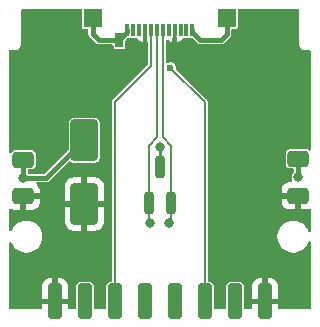
<source format=gbr>
%TF.GenerationSoftware,KiCad,Pcbnew,9.0.7*%
%TF.CreationDate,2026-02-26T13:23:58-05:00*%
%TF.ProjectId,Mag Charger,4d616720-4368-4617-9267-65722e6b6963,X1*%
%TF.SameCoordinates,Original*%
%TF.FileFunction,Copper,L1,Top*%
%TF.FilePolarity,Positive*%
%FSLAX46Y46*%
G04 Gerber Fmt 4.6, Leading zero omitted, Abs format (unit mm)*
G04 Created by KiCad (PCBNEW 9.0.7) date 2026-02-26 13:23:58*
%MOMM*%
%LPD*%
G01*
G04 APERTURE LIST*
G04 Aperture macros list*
%AMRoundRect*
0 Rectangle with rounded corners*
0 $1 Rounding radius*
0 $2 $3 $4 $5 $6 $7 $8 $9 X,Y pos of 4 corners*
0 Add a 4 corners polygon primitive as box body*
4,1,4,$2,$3,$4,$5,$6,$7,$8,$9,$2,$3,0*
0 Add four circle primitives for the rounded corners*
1,1,$1+$1,$2,$3*
1,1,$1+$1,$4,$5*
1,1,$1+$1,$6,$7*
1,1,$1+$1,$8,$9*
0 Add four rect primitives between the rounded corners*
20,1,$1+$1,$2,$3,$4,$5,0*
20,1,$1+$1,$4,$5,$6,$7,0*
20,1,$1+$1,$6,$7,$8,$9,0*
20,1,$1+$1,$8,$9,$2,$3,0*%
G04 Aperture macros list end*
%TA.AperFunction,SMDPad,CuDef*%
%ADD10R,1.500000X1.500000*%
%TD*%
%TA.AperFunction,SMDPad,CuDef*%
%ADD11R,0.380000X1.000000*%
%TD*%
%TA.AperFunction,SMDPad,CuDef*%
%ADD12R,0.700000X1.150000*%
%TD*%
%TA.AperFunction,SMDPad,CuDef*%
%ADD13RoundRect,0.250000X0.900000X-1.500000X0.900000X1.500000X-0.900000X1.500000X-0.900000X-1.500000X0*%
%TD*%
%TA.AperFunction,SMDPad,CuDef*%
%ADD14RoundRect,0.250000X0.650000X-0.412500X0.650000X0.412500X-0.650000X0.412500X-0.650000X-0.412500X0*%
%TD*%
%TA.AperFunction,SMDPad,CuDef*%
%ADD15RoundRect,0.200000X0.200000X-0.750000X0.200000X0.750000X-0.200000X0.750000X-0.200000X-0.750000X0*%
%TD*%
%TA.AperFunction,CastellatedPad*%
%ADD16RoundRect,0.250000X-0.350000X-1.250000X0.350000X-1.250000X0.350000X1.250000X-0.350000X1.250000X0*%
%TD*%
%TA.AperFunction,ViaPad*%
%ADD17C,0.500000*%
%TD*%
%TA.AperFunction,ViaPad*%
%ADD18C,0.800000*%
%TD*%
%TA.AperFunction,ViaPad*%
%ADD19C,0.600000*%
%TD*%
%TA.AperFunction,Conductor*%
%ADD20C,0.400000*%
%TD*%
%TA.AperFunction,Conductor*%
%ADD21C,0.250000*%
%TD*%
%TA.AperFunction,Conductor*%
%ADD22C,0.200000*%
%TD*%
G04 APERTURE END LIST*
D10*
%TO.P,TP1,1,1*%
%TO.N,GND*%
X102600000Y-123960000D03*
%TD*%
%TO.P,TP3,1,1*%
%TO.N,GND*%
X114000000Y-123960000D03*
%TD*%
D11*
%TO.P,P1,A1,GND*%
%TO.N,GND*%
X105550000Y-125000000D03*
%TO.P,P1,A2*%
%TO.N,N/C*%
X106050000Y-125000000D03*
%TO.P,P1,A3*%
X106550000Y-125000000D03*
%TO.P,P1,A4,VBUS*%
%TO.N,VBUS*%
X107050000Y-125000000D03*
%TO.P,P1,A5,CC*%
%TO.N,/USB_CC*%
X107550000Y-125000000D03*
%TO.P,P1,A6,D+*%
%TO.N,/USB_DP*%
X108050000Y-125000000D03*
%TO.P,P1,A7,D-*%
%TO.N,/USB_DN*%
X108550000Y-125000000D03*
%TO.P,P1,A8*%
%TO.N,N/C*%
X109050000Y-125000000D03*
%TO.P,P1,A9,VBUS*%
%TO.N,VBUS*%
X109550000Y-125000000D03*
%TO.P,P1,A10*%
%TO.N,N/C*%
X110050000Y-125000000D03*
%TO.P,P1,A11*%
X110550000Y-125000000D03*
%TO.P,P1,A12,GND*%
%TO.N,GND*%
X111050000Y-125000000D03*
D12*
%TO.P,P1,S1,SHIELD*%
X104880000Y-125840000D03*
%TD*%
D13*
%TO.P,D1,1,A1*%
%TO.N,VBUS*%
X101900000Y-139700000D03*
%TO.P,D1,2,A2*%
%TO.N,GND*%
X101900000Y-134300000D03*
%TD*%
D14*
%TO.P,C2,1*%
%TO.N,VBUS*%
X96750000Y-139062500D03*
%TO.P,C2,2*%
%TO.N,GND*%
X96750000Y-135937500D03*
%TD*%
D15*
%TO.P,D2,1,K*%
%TO.N,/USB_DP*%
X107350000Y-139582000D03*
%TO.P,D2,2,K*%
%TO.N,/USB_DN*%
X109250000Y-139582000D03*
%TO.P,D2,3,A*%
%TO.N,GND*%
X108300000Y-136582000D03*
%TD*%
D16*
%TO.P,J1,1,Pin_1*%
%TO.N,VBUS*%
X99410000Y-147955000D03*
%TO.P,J1,2,Pin_2*%
%TO.N,GND*%
X101950000Y-147955000D03*
%TO.P,J1,3,Pin_3*%
%TO.N,/USB_CC*%
X104490000Y-147955000D03*
%TO.P,J1,4,Pin_4*%
%TO.N,/USB_DP*%
X107030000Y-147955000D03*
%TO.P,J1,5,Pin_5*%
%TO.N,/USB_DN*%
X109570000Y-147955000D03*
%TO.P,J1,6,Pin_6*%
%TO.N,/USB_VCONN*%
X112110000Y-147955000D03*
%TO.P,J1,7,Pin_7*%
%TO.N,GND*%
X114650000Y-147955000D03*
%TO.P,J1,8,Pin_8*%
%TO.N,VBUS*%
X117190000Y-147955000D03*
%TD*%
D14*
%TO.P,C1,1*%
%TO.N,VBUS*%
X120000000Y-139000000D03*
%TO.P,C1,2*%
%TO.N,GND*%
X120000000Y-135875000D03*
%TD*%
D17*
%TO.N,GND*%
X102158000Y-123531500D03*
X102158000Y-124420500D03*
X114477000Y-123531500D03*
X114477000Y-124420500D03*
X103047000Y-123531500D03*
X113524500Y-124420500D03*
D18*
X120000000Y-137437500D03*
X108300000Y-134900000D03*
D17*
X113524500Y-123531500D03*
X103047000Y-124420500D03*
D18*
X96750000Y-137500000D03*
%TO.N,/USB_DN*%
X109100000Y-141300000D03*
D19*
%TO.N,VBUS*%
X107050000Y-127150000D03*
X109550000Y-127150000D03*
D18*
%TO.N,/USB_DP*%
X107500000Y-141300000D03*
D19*
%TO.N,/USB_VCONN*%
X109200000Y-128150000D03*
%TD*%
D20*
%TO.N,GND*%
X98700000Y-137500000D02*
X101900000Y-134300000D01*
X113460000Y-125840000D02*
X114000000Y-125300000D01*
X105550000Y-125000000D02*
X105550000Y-125170000D01*
X102600000Y-125300000D02*
X102600000Y-123960000D01*
X111720000Y-125840000D02*
X113460000Y-125840000D01*
X105550000Y-125170000D02*
X104880000Y-125840000D01*
X114000000Y-125300000D02*
X114000000Y-123960000D01*
X104880000Y-125840000D02*
X103140000Y-125840000D01*
X120000000Y-135875000D02*
X120000000Y-137437500D01*
X96750000Y-135937500D02*
X96750000Y-137500000D01*
X111050000Y-125000000D02*
X111050000Y-125170000D01*
X111050000Y-125170000D02*
X111720000Y-125840000D01*
X96750000Y-137500000D02*
X98700000Y-137500000D01*
X103140000Y-125840000D02*
X102600000Y-125300000D01*
D21*
X108300000Y-136582000D02*
X108300000Y-134900000D01*
D22*
%TO.N,/USB_DN*%
X109250000Y-134760800D02*
X109250000Y-139582000D01*
X109250000Y-139582000D02*
X109250000Y-141150000D01*
X108550000Y-125000000D02*
X108550000Y-125750001D01*
X109250000Y-141150000D02*
X109100000Y-141300000D01*
X108550000Y-125750001D02*
X108525000Y-125775001D01*
X109250000Y-147635000D02*
X109570000Y-147955000D01*
X108525000Y-125775001D02*
X108525000Y-134035800D01*
X108525000Y-134035800D02*
X109250000Y-134760800D01*
D20*
%TO.N,VBUS*%
X120000000Y-139000000D02*
X120562500Y-139000000D01*
D22*
%TO.N,/USB_DP*%
X107350000Y-141150000D02*
X107500000Y-141300000D01*
X108075000Y-134035800D02*
X107350000Y-134760800D01*
X108050000Y-125750001D02*
X108075000Y-125775001D01*
X108050000Y-125000000D02*
X108050000Y-125750001D01*
X107350000Y-134760800D02*
X107350000Y-139582000D01*
X107350000Y-139582000D02*
X107350000Y-141150000D01*
X107350000Y-147635000D02*
X107030000Y-147955000D01*
X108075000Y-125775001D02*
X108075000Y-134035800D01*
%TO.N,/USB_CC*%
X107550000Y-125000000D02*
X107550000Y-128000000D01*
X107550000Y-128000000D02*
X104490000Y-131060000D01*
X104490000Y-131060000D02*
X104490000Y-147955000D01*
%TO.N,/USB_VCONN*%
X112110000Y-131060000D02*
X112110000Y-147955000D01*
X109200000Y-128150000D02*
X112110000Y-131060000D01*
%TD*%
%TA.AperFunction,Conductor*%
%TO.N,VBUS*%
G36*
X101640139Y-123170185D02*
G01*
X101685894Y-123222989D01*
X101697100Y-123274500D01*
X101697100Y-124725054D01*
X101705972Y-124769658D01*
X101705973Y-124769661D01*
X101737175Y-124816357D01*
X101739766Y-124820234D01*
X101790342Y-124854028D01*
X101790343Y-124854028D01*
X101790345Y-124854029D01*
X101812642Y-124858464D01*
X101834943Y-124862900D01*
X102123101Y-124862899D01*
X102190139Y-124882583D01*
X102235894Y-124935387D01*
X102247100Y-124986899D01*
X102247100Y-125253540D01*
X102247100Y-125346460D01*
X102271150Y-125436214D01*
X102317610Y-125516686D01*
X102923314Y-126122390D01*
X103003786Y-126168850D01*
X103093540Y-126192900D01*
X103186460Y-126192900D01*
X104253101Y-126192900D01*
X104320140Y-126212585D01*
X104365895Y-126265389D01*
X104377101Y-126316900D01*
X104377101Y-126430056D01*
X104377102Y-126430059D01*
X104385972Y-126474658D01*
X104385973Y-126474661D01*
X104419765Y-126525233D01*
X104419766Y-126525234D01*
X104470342Y-126559028D01*
X104470343Y-126559028D01*
X104470345Y-126559029D01*
X104492642Y-126563464D01*
X104514943Y-126567900D01*
X105245056Y-126567899D01*
X105289658Y-126559028D01*
X105340234Y-126525234D01*
X105374028Y-126474658D01*
X105382900Y-126430057D01*
X105382899Y-125887536D01*
X105391544Y-125858091D01*
X105398067Y-125828110D01*
X105401820Y-125823096D01*
X105402583Y-125820498D01*
X105419209Y-125799865D01*
X105529859Y-125689215D01*
X105591180Y-125655733D01*
X105617538Y-125652899D01*
X105755056Y-125652899D01*
X105775806Y-125648772D01*
X105824189Y-125648772D01*
X105834136Y-125650750D01*
X105844943Y-125652900D01*
X106255056Y-125652899D01*
X106271022Y-125649723D01*
X106340611Y-125655949D01*
X106395789Y-125698811D01*
X106411394Y-125728005D01*
X106416648Y-125742091D01*
X106416648Y-125742092D01*
X106502809Y-125857187D01*
X106502812Y-125857190D01*
X106617906Y-125943350D01*
X106617913Y-125943354D01*
X106752620Y-125993596D01*
X106752627Y-125993598D01*
X106812155Y-125999999D01*
X106812172Y-126000000D01*
X106860000Y-126000000D01*
X106860000Y-125633233D01*
X106862550Y-125624547D01*
X106861262Y-125615587D01*
X106878030Y-125571827D01*
X106879685Y-125566194D01*
X106880440Y-125565539D01*
X106880900Y-125564340D01*
X106884028Y-125559658D01*
X106884028Y-125559656D01*
X106892900Y-125515057D01*
X106892899Y-125123997D01*
X106895449Y-125115313D01*
X106894161Y-125106353D01*
X106905138Y-125082316D01*
X106912583Y-125056961D01*
X106919425Y-125051032D01*
X106923186Y-125042797D01*
X106945417Y-125028510D01*
X106965387Y-125011206D01*
X106975902Y-125008918D01*
X106981964Y-125005023D01*
X107016899Y-125000000D01*
X107083101Y-125000000D01*
X107150140Y-125019685D01*
X107195895Y-125072489D01*
X107207100Y-125123998D01*
X107207101Y-125515056D01*
X107215972Y-125559656D01*
X107215972Y-125559657D01*
X107215972Y-125559659D01*
X107219100Y-125564339D01*
X107222137Y-125574037D01*
X107228794Y-125581720D01*
X107232402Y-125606819D01*
X107239980Y-125631015D01*
X107240000Y-125633232D01*
X107240000Y-126000000D01*
X107260781Y-126020781D01*
X107294266Y-126082104D01*
X107297100Y-126108462D01*
X107297100Y-127843883D01*
X107277415Y-127910922D01*
X107260781Y-127931564D01*
X104351084Y-130841260D01*
X104351073Y-130841269D01*
X104351074Y-130841270D01*
X104275600Y-130916743D01*
X104253047Y-130971193D01*
X104237099Y-131009693D01*
X104237099Y-131124738D01*
X104237100Y-131124747D01*
X104237100Y-146178100D01*
X104217415Y-146245139D01*
X104164611Y-146290894D01*
X104113100Y-146302100D01*
X104108287Y-146302100D01*
X104013949Y-146317041D01*
X103900227Y-146374985D01*
X103900223Y-146374988D01*
X103809988Y-146465223D01*
X103809985Y-146465227D01*
X103752041Y-146578949D01*
X103737100Y-146673286D01*
X103737100Y-148480500D01*
X103717415Y-148547539D01*
X103664611Y-148593294D01*
X103613100Y-148604500D01*
X102826900Y-148604500D01*
X102759861Y-148584815D01*
X102714106Y-148532011D01*
X102702900Y-148480500D01*
X102702900Y-146673286D01*
X102687958Y-146578949D01*
X102687957Y-146578947D01*
X102687957Y-146578945D01*
X102630016Y-146465229D01*
X102630014Y-146465227D01*
X102630011Y-146465223D01*
X102539776Y-146374988D01*
X102539772Y-146374985D01*
X102539771Y-146374984D01*
X102426055Y-146317043D01*
X102426053Y-146317042D01*
X102426050Y-146317041D01*
X102331713Y-146302100D01*
X102331708Y-146302100D01*
X101568292Y-146302100D01*
X101568287Y-146302100D01*
X101473949Y-146317041D01*
X101360227Y-146374985D01*
X101360223Y-146374988D01*
X101269988Y-146465223D01*
X101269985Y-146465227D01*
X101212041Y-146578949D01*
X101197100Y-146673286D01*
X101197100Y-148480500D01*
X101177415Y-148547539D01*
X101124611Y-148593294D01*
X101073100Y-148604500D01*
X100634000Y-148604500D01*
X100566961Y-148584815D01*
X100521206Y-148532011D01*
X100510000Y-148480500D01*
X100510000Y-148205000D01*
X99810000Y-148205000D01*
X99810000Y-147705000D01*
X100509999Y-147705000D01*
X100509999Y-146655028D01*
X100509998Y-146655013D01*
X100499505Y-146552302D01*
X100444358Y-146385880D01*
X100444356Y-146385875D01*
X100352315Y-146236654D01*
X100228345Y-146112684D01*
X100079124Y-146020643D01*
X100079119Y-146020641D01*
X99912697Y-145965494D01*
X99912690Y-145965493D01*
X99809986Y-145955000D01*
X99660000Y-145955000D01*
X99660000Y-146789314D01*
X99655606Y-146784920D01*
X99564394Y-146732259D01*
X99462661Y-146705000D01*
X99357339Y-146705000D01*
X99255606Y-146732259D01*
X99164394Y-146784920D01*
X99160000Y-146789314D01*
X99160000Y-145955000D01*
X99010027Y-145955000D01*
X99010012Y-145955001D01*
X98907302Y-145965494D01*
X98740880Y-146020641D01*
X98740875Y-146020643D01*
X98591654Y-146112684D01*
X98467684Y-146236654D01*
X98375643Y-146385875D01*
X98375641Y-146385880D01*
X98320494Y-146552302D01*
X98320493Y-146552309D01*
X98310000Y-146655013D01*
X98310000Y-147705000D01*
X99010000Y-147705000D01*
X99010000Y-148205000D01*
X98310001Y-148205000D01*
X98310001Y-148480500D01*
X98290316Y-148547539D01*
X98237512Y-148593294D01*
X98186001Y-148604500D01*
X95634907Y-148604500D01*
X95567868Y-148584815D01*
X95522113Y-148532011D01*
X95510907Y-148480469D01*
X95511365Y-146651833D01*
X95511539Y-145955000D01*
X95512271Y-143031362D01*
X95531972Y-142964330D01*
X95584788Y-142918589D01*
X95653949Y-142908663D01*
X95717497Y-142937703D01*
X95746756Y-142975101D01*
X95844951Y-143167820D01*
X95969890Y-143339786D01*
X96120213Y-143490109D01*
X96292179Y-143615048D01*
X96292181Y-143615049D01*
X96292184Y-143615051D01*
X96481588Y-143711557D01*
X96683757Y-143777246D01*
X96893713Y-143810500D01*
X96893714Y-143810500D01*
X97106286Y-143810500D01*
X97106287Y-143810500D01*
X97316243Y-143777246D01*
X97518412Y-143711557D01*
X97707816Y-143615051D01*
X97729789Y-143599086D01*
X97879786Y-143490109D01*
X97879788Y-143490106D01*
X97879792Y-143490104D01*
X98030104Y-143339792D01*
X98030106Y-143339788D01*
X98030109Y-143339786D01*
X98155048Y-143167820D01*
X98155047Y-143167820D01*
X98155051Y-143167816D01*
X98251557Y-142978412D01*
X98317246Y-142776243D01*
X98350500Y-142566287D01*
X98350500Y-142353713D01*
X98317246Y-142143757D01*
X98251557Y-141941588D01*
X98155051Y-141752184D01*
X98155049Y-141752181D01*
X98155048Y-141752179D01*
X98030109Y-141580213D01*
X97879786Y-141429890D01*
X97707820Y-141304951D01*
X97599945Y-141249986D01*
X100250001Y-141249986D01*
X100260494Y-141352697D01*
X100315641Y-141519119D01*
X100315643Y-141519124D01*
X100407684Y-141668345D01*
X100531654Y-141792315D01*
X100680875Y-141884356D01*
X100680880Y-141884358D01*
X100847302Y-141939505D01*
X100847309Y-141939506D01*
X100950019Y-141949999D01*
X101649999Y-141949999D01*
X102150000Y-141949999D01*
X102849972Y-141949999D01*
X102849986Y-141949998D01*
X102952697Y-141939505D01*
X103119119Y-141884358D01*
X103119124Y-141884356D01*
X103268345Y-141792315D01*
X103392315Y-141668345D01*
X103484356Y-141519124D01*
X103484358Y-141519119D01*
X103539505Y-141352697D01*
X103539506Y-141352690D01*
X103549999Y-141249986D01*
X103550000Y-141249973D01*
X103550000Y-139950000D01*
X102150000Y-139950000D01*
X102150000Y-141949999D01*
X101649999Y-141949999D01*
X101650000Y-141949998D01*
X101650000Y-139950000D01*
X100250001Y-139950000D01*
X100250001Y-141249986D01*
X97599945Y-141249986D01*
X97518414Y-141208444D01*
X97518413Y-141208443D01*
X97518412Y-141208443D01*
X97316243Y-141142754D01*
X97316241Y-141142753D01*
X97316240Y-141142753D01*
X97154957Y-141117208D01*
X97106287Y-141109500D01*
X96893713Y-141109500D01*
X96845042Y-141117208D01*
X96683760Y-141142753D01*
X96481585Y-141208444D01*
X96292179Y-141304951D01*
X96120213Y-141429890D01*
X95969890Y-141580213D01*
X95844951Y-141752180D01*
X95747042Y-141944336D01*
X95699067Y-141995132D01*
X95631246Y-142011927D01*
X95565111Y-141989389D01*
X95521660Y-141934674D01*
X95512557Y-141888014D01*
X95512976Y-140216256D01*
X95532677Y-140149223D01*
X95585493Y-140103482D01*
X95654654Y-140093556D01*
X95702073Y-140110750D01*
X95780875Y-140159356D01*
X95780880Y-140159358D01*
X95947302Y-140214505D01*
X95947309Y-140214506D01*
X96050019Y-140224999D01*
X96499999Y-140224999D01*
X97000000Y-140224999D01*
X97449972Y-140224999D01*
X97449986Y-140224998D01*
X97552697Y-140214505D01*
X97719119Y-140159358D01*
X97719124Y-140159356D01*
X97868345Y-140067315D01*
X97992316Y-139943344D01*
X97992319Y-139943340D01*
X98060045Y-139833541D01*
X98084354Y-139794128D01*
X98084358Y-139794119D01*
X98139505Y-139627697D01*
X98139506Y-139627690D01*
X98149999Y-139524986D01*
X98150000Y-139524973D01*
X98150000Y-139312500D01*
X97000000Y-139312500D01*
X97000000Y-140224999D01*
X96499999Y-140224999D01*
X96500000Y-140224998D01*
X96500000Y-139186500D01*
X96519685Y-139119461D01*
X96572489Y-139073706D01*
X96624000Y-139062500D01*
X96750000Y-139062500D01*
X96750000Y-138936500D01*
X96769685Y-138869461D01*
X96822489Y-138823706D01*
X96874000Y-138812500D01*
X98149999Y-138812500D01*
X98149999Y-138600028D01*
X98149998Y-138600013D01*
X98139505Y-138497302D01*
X98084358Y-138330880D01*
X98084356Y-138330875D01*
X98016955Y-138221602D01*
X97952248Y-138150013D01*
X100250000Y-138150013D01*
X100250000Y-139450000D01*
X101650000Y-139450000D01*
X102150000Y-139450000D01*
X103549999Y-139450000D01*
X103549999Y-138150028D01*
X103549998Y-138150013D01*
X103539505Y-138047302D01*
X103484358Y-137880880D01*
X103484356Y-137880875D01*
X103392315Y-137731654D01*
X103268345Y-137607684D01*
X103119124Y-137515643D01*
X103119119Y-137515641D01*
X102952697Y-137460494D01*
X102952690Y-137460493D01*
X102849986Y-137450000D01*
X102150000Y-137450000D01*
X102150000Y-139450000D01*
X101650000Y-139450000D01*
X101650000Y-137450000D01*
X100950028Y-137450000D01*
X100950012Y-137450001D01*
X100847302Y-137460494D01*
X100680880Y-137515641D01*
X100680875Y-137515643D01*
X100531654Y-137607684D01*
X100407684Y-137731654D01*
X100315643Y-137880875D01*
X100315641Y-137880880D01*
X100260494Y-138047302D01*
X100260493Y-138047309D01*
X100250000Y-138150013D01*
X97952248Y-138150013D01*
X97870932Y-138060048D01*
X97857061Y-138031285D01*
X97841757Y-138003258D01*
X97841987Y-138000029D01*
X97840582Y-137997114D01*
X97844463Y-137965418D01*
X97846741Y-137933566D01*
X97848680Y-137930974D01*
X97849074Y-137927763D01*
X97869475Y-137903196D01*
X97888613Y-137877633D01*
X97891645Y-137876502D01*
X97893713Y-137874012D01*
X97924161Y-137864374D01*
X97954077Y-137853216D01*
X97960090Y-137853001D01*
X97960325Y-137852927D01*
X97960539Y-137852985D01*
X97962923Y-137852900D01*
X98746458Y-137852900D01*
X98746460Y-137852900D01*
X98836214Y-137828850D01*
X98916686Y-137782390D01*
X100576964Y-136122110D01*
X100638285Y-136088627D01*
X100707976Y-136093611D01*
X100752324Y-136122112D01*
X100760223Y-136130011D01*
X100760227Y-136130014D01*
X100760229Y-136130016D01*
X100873945Y-136187957D01*
X100873947Y-136187957D01*
X100873949Y-136187958D01*
X100968287Y-136202900D01*
X100968292Y-136202900D01*
X102831713Y-136202900D01*
X102926050Y-136187958D01*
X102926050Y-136187957D01*
X102926055Y-136187957D01*
X103039771Y-136130016D01*
X103130016Y-136039771D01*
X103187957Y-135926055D01*
X103187958Y-135926050D01*
X103202900Y-135831713D01*
X103202900Y-132768286D01*
X103187958Y-132673949D01*
X103187957Y-132673947D01*
X103187957Y-132673945D01*
X103130016Y-132560229D01*
X103130014Y-132560227D01*
X103130011Y-132560223D01*
X103039776Y-132469988D01*
X103039772Y-132469985D01*
X103039771Y-132469984D01*
X102926055Y-132412043D01*
X102926053Y-132412042D01*
X102926050Y-132412041D01*
X102831713Y-132397100D01*
X102831708Y-132397100D01*
X100968292Y-132397100D01*
X100968287Y-132397100D01*
X100873949Y-132412041D01*
X100760227Y-132469985D01*
X100760223Y-132469988D01*
X100669988Y-132560223D01*
X100669985Y-132560227D01*
X100612041Y-132673949D01*
X100597100Y-132768286D01*
X100597100Y-135052462D01*
X100577415Y-135119501D01*
X100560781Y-135140143D01*
X98590143Y-137110781D01*
X98528820Y-137144266D01*
X98502462Y-137147100D01*
X97230381Y-137147100D01*
X97200940Y-137138455D01*
X97170954Y-137131932D01*
X97165938Y-137128177D01*
X97163342Y-137127415D01*
X97142700Y-137110781D01*
X97139219Y-137107300D01*
X97105734Y-137045977D01*
X97102900Y-137019619D01*
X97102900Y-136876900D01*
X97122585Y-136809861D01*
X97175389Y-136764106D01*
X97226900Y-136752900D01*
X97431713Y-136752900D01*
X97526050Y-136737958D01*
X97526050Y-136737957D01*
X97526055Y-136737957D01*
X97639771Y-136680016D01*
X97730016Y-136589771D01*
X97787957Y-136476055D01*
X97787958Y-136476050D01*
X97802900Y-136381713D01*
X97802900Y-135493286D01*
X97787958Y-135398949D01*
X97787957Y-135398947D01*
X97787957Y-135398945D01*
X97730016Y-135285229D01*
X97730014Y-135285227D01*
X97730011Y-135285223D01*
X97639776Y-135194988D01*
X97639772Y-135194985D01*
X97639771Y-135194984D01*
X97526055Y-135137043D01*
X97526053Y-135137042D01*
X97526050Y-135137041D01*
X97431713Y-135122100D01*
X97431708Y-135122100D01*
X96068292Y-135122100D01*
X96068287Y-135122100D01*
X95973949Y-135137041D01*
X95860227Y-135194985D01*
X95860223Y-135194988D01*
X95769988Y-135285223D01*
X95769983Y-135285230D01*
X95748698Y-135327004D01*
X95700723Y-135377800D01*
X95632902Y-135394594D01*
X95566767Y-135372056D01*
X95523316Y-135317340D01*
X95514215Y-135270682D01*
X95516337Y-126793788D01*
X95516342Y-126785100D01*
X95516350Y-126785082D01*
X95516350Y-126769958D01*
X95526305Y-126736118D01*
X95536035Y-126702982D01*
X95536059Y-126702960D01*
X95536069Y-126702928D01*
X95563691Y-126679017D01*
X95588839Y-126657227D01*
X95588873Y-126657219D01*
X95588896Y-126657200D01*
X95589116Y-126657168D01*
X95641854Y-126646030D01*
X95957203Y-126649860D01*
X95963950Y-126650566D01*
X96011083Y-126650549D01*
X96011083Y-126650550D01*
X96013878Y-126650549D01*
X96048494Y-126650970D01*
X96049558Y-126650543D01*
X96050844Y-126650542D01*
X96067476Y-126650541D01*
X96177429Y-126625428D01*
X96279039Y-126576481D01*
X96279042Y-126576478D01*
X96279046Y-126576476D01*
X96367209Y-126506154D01*
X96367211Y-126506152D01*
X96437524Y-126417970D01*
X96437536Y-126417945D01*
X96480726Y-126328249D01*
X96504759Y-126294375D01*
X96524135Y-126275000D01*
X96524135Y-123405362D01*
X96532779Y-123375921D01*
X96539303Y-123345935D01*
X96543057Y-123340919D01*
X96543820Y-123338323D01*
X96560454Y-123317681D01*
X96691316Y-123186819D01*
X96752639Y-123153334D01*
X96778997Y-123150500D01*
X101573100Y-123150500D01*
X101640139Y-123170185D01*
G37*
%TD.AperFunction*%
%TA.AperFunction,Conductor*%
G36*
X120053589Y-123170185D02*
G01*
X120099344Y-123222989D01*
X120110550Y-123274500D01*
X120110550Y-126201873D01*
X120110599Y-126202368D01*
X120110599Y-126206387D01*
X120135691Y-126316334D01*
X120141431Y-126328254D01*
X120184618Y-126417945D01*
X120254917Y-126506110D01*
X120254923Y-126506116D01*
X120254924Y-126506117D01*
X120321260Y-126559028D01*
X120343087Y-126576438D01*
X120444687Y-126625381D01*
X120444689Y-126625382D01*
X120533705Y-126645712D01*
X120554630Y-126650491D01*
X120567291Y-126650492D01*
X120571152Y-126650493D01*
X120571168Y-126650500D01*
X120611016Y-126650500D01*
X120611024Y-126650500D01*
X120650899Y-126650507D01*
X120650901Y-126650506D01*
X120662983Y-126650508D01*
X120663076Y-126650500D01*
X120986549Y-126650500D01*
X121053588Y-126670185D01*
X121099343Y-126722989D01*
X121110548Y-126774505D01*
X121110480Y-128214399D01*
X121110154Y-135053510D01*
X121090466Y-135120548D01*
X121037660Y-135166301D01*
X120968501Y-135176241D01*
X120904947Y-135147213D01*
X120898473Y-135141185D01*
X120889776Y-135132488D01*
X120889772Y-135132485D01*
X120889771Y-135132484D01*
X120776055Y-135074543D01*
X120776053Y-135074542D01*
X120776050Y-135074541D01*
X120681713Y-135059600D01*
X120681708Y-135059600D01*
X119318292Y-135059600D01*
X119318287Y-135059600D01*
X119223949Y-135074541D01*
X119110227Y-135132485D01*
X119110223Y-135132488D01*
X119019988Y-135222723D01*
X119019985Y-135222727D01*
X119019984Y-135222729D01*
X118965118Y-135330411D01*
X118962041Y-135336449D01*
X118947100Y-135430786D01*
X118947100Y-136319213D01*
X118962041Y-136413550D01*
X118962042Y-136413553D01*
X118962043Y-136413555D01*
X119001416Y-136490829D01*
X119019985Y-136527272D01*
X119019988Y-136527276D01*
X119110223Y-136617511D01*
X119110227Y-136617514D01*
X119110229Y-136617516D01*
X119223945Y-136675457D01*
X119223947Y-136675457D01*
X119223949Y-136675458D01*
X119318287Y-136690400D01*
X119318292Y-136690400D01*
X119523100Y-136690400D01*
X119531785Y-136692950D01*
X119540747Y-136691662D01*
X119564787Y-136702640D01*
X119590139Y-136710085D01*
X119596066Y-136716925D01*
X119604303Y-136720687D01*
X119618592Y-136742921D01*
X119635894Y-136762889D01*
X119638181Y-136773403D01*
X119642077Y-136779465D01*
X119647100Y-136814400D01*
X119647100Y-136957119D01*
X119627415Y-137024158D01*
X119610781Y-137044800D01*
X119557571Y-137098009D01*
X119557567Y-137098014D01*
X119484780Y-137224086D01*
X119484780Y-137224087D01*
X119484779Y-137224089D01*
X119447100Y-137364709D01*
X119447100Y-137510291D01*
X119484779Y-137650911D01*
X119484780Y-137650912D01*
X119484780Y-137650913D01*
X119485119Y-137651500D01*
X119485254Y-137652057D01*
X119487890Y-137658421D01*
X119486897Y-137658831D01*
X119501592Y-137719400D01*
X119478739Y-137785427D01*
X119423818Y-137828618D01*
X119377734Y-137837500D01*
X119300029Y-137837500D01*
X119300012Y-137837501D01*
X119197302Y-137847994D01*
X119030880Y-137903141D01*
X119030875Y-137903143D01*
X118881654Y-137995184D01*
X118757684Y-138119154D01*
X118665643Y-138268375D01*
X118665641Y-138268380D01*
X118610494Y-138434802D01*
X118610493Y-138434809D01*
X118600000Y-138537513D01*
X118600000Y-138750000D01*
X119876000Y-138750000D01*
X119943039Y-138769685D01*
X119988794Y-138822489D01*
X120000000Y-138874000D01*
X120000000Y-139000000D01*
X120126000Y-139000000D01*
X120193039Y-139019685D01*
X120238794Y-139072489D01*
X120250000Y-139124000D01*
X120250000Y-140162499D01*
X120699972Y-140162499D01*
X120699986Y-140162498D01*
X120802695Y-140152006D01*
X120946902Y-140104219D01*
X121016730Y-140101817D01*
X121076772Y-140137548D01*
X121107965Y-140200068D01*
X121109907Y-140221931D01*
X121109825Y-141953558D01*
X121090137Y-142020596D01*
X121037331Y-142066349D01*
X120968172Y-142076289D01*
X120904618Y-142047261D01*
X120867895Y-141991872D01*
X120851557Y-141941588D01*
X120755051Y-141752184D01*
X120755049Y-141752181D01*
X120755048Y-141752179D01*
X120630109Y-141580213D01*
X120479786Y-141429890D01*
X120307820Y-141304951D01*
X120118414Y-141208444D01*
X120118413Y-141208443D01*
X120118412Y-141208443D01*
X119916243Y-141142754D01*
X119916241Y-141142753D01*
X119916240Y-141142753D01*
X119754957Y-141117208D01*
X119706287Y-141109500D01*
X119493713Y-141109500D01*
X119445042Y-141117208D01*
X119283760Y-141142753D01*
X119081585Y-141208444D01*
X118892179Y-141304951D01*
X118720213Y-141429890D01*
X118569890Y-141580213D01*
X118444951Y-141752179D01*
X118348444Y-141941585D01*
X118282753Y-142143760D01*
X118249500Y-142353713D01*
X118249500Y-142566287D01*
X118282754Y-142776243D01*
X118347367Y-142975101D01*
X118348444Y-142978414D01*
X118444951Y-143167820D01*
X118569890Y-143339786D01*
X118720213Y-143490109D01*
X118892179Y-143615048D01*
X118892181Y-143615049D01*
X118892184Y-143615051D01*
X119081588Y-143711557D01*
X119283757Y-143777246D01*
X119493713Y-143810500D01*
X119493714Y-143810500D01*
X119706286Y-143810500D01*
X119706287Y-143810500D01*
X119916243Y-143777246D01*
X120118412Y-143711557D01*
X120307816Y-143615051D01*
X120329789Y-143599086D01*
X120479786Y-143490109D01*
X120479788Y-143490106D01*
X120479792Y-143490104D01*
X120630104Y-143339792D01*
X120630106Y-143339788D01*
X120630109Y-143339786D01*
X120755048Y-143167820D01*
X120755047Y-143167820D01*
X120755051Y-143167816D01*
X120851557Y-142978412D01*
X120867847Y-142928276D01*
X120907283Y-142870602D01*
X120971641Y-142843403D01*
X121040487Y-142855317D01*
X121091964Y-142902561D01*
X121109777Y-142966601D01*
X121109515Y-148480506D01*
X121089827Y-148547544D01*
X121037021Y-148593297D01*
X120985515Y-148604500D01*
X118414000Y-148604500D01*
X118346961Y-148584815D01*
X118301206Y-148532011D01*
X118290000Y-148480500D01*
X118290000Y-148205000D01*
X117590000Y-148205000D01*
X117590000Y-147705000D01*
X118289999Y-147705000D01*
X118289999Y-146655028D01*
X118289998Y-146655013D01*
X118279505Y-146552302D01*
X118224358Y-146385880D01*
X118224356Y-146385875D01*
X118132315Y-146236654D01*
X118008345Y-146112684D01*
X117859124Y-146020643D01*
X117859119Y-146020641D01*
X117692697Y-145965494D01*
X117692690Y-145965493D01*
X117589986Y-145955000D01*
X117440000Y-145955000D01*
X117440000Y-146789314D01*
X117435606Y-146784920D01*
X117344394Y-146732259D01*
X117242661Y-146705000D01*
X117137339Y-146705000D01*
X117035606Y-146732259D01*
X116944394Y-146784920D01*
X116940000Y-146789314D01*
X116940000Y-145955000D01*
X116790027Y-145955000D01*
X116790012Y-145955001D01*
X116687302Y-145965494D01*
X116520880Y-146020641D01*
X116520875Y-146020643D01*
X116371654Y-146112684D01*
X116247684Y-146236654D01*
X116155643Y-146385875D01*
X116155641Y-146385880D01*
X116100494Y-146552302D01*
X116100493Y-146552309D01*
X116090000Y-146655013D01*
X116090000Y-147705000D01*
X116790000Y-147705000D01*
X116790000Y-148205000D01*
X116090001Y-148205000D01*
X116090001Y-148480500D01*
X116070316Y-148547539D01*
X116017512Y-148593294D01*
X115966001Y-148604500D01*
X115526900Y-148604500D01*
X115459861Y-148584815D01*
X115414106Y-148532011D01*
X115402900Y-148480500D01*
X115402900Y-146673287D01*
X115402580Y-146671268D01*
X115402580Y-146671266D01*
X115402579Y-146671262D01*
X115387958Y-146578949D01*
X115387957Y-146578947D01*
X115387957Y-146578945D01*
X115330016Y-146465229D01*
X115330014Y-146465227D01*
X115330011Y-146465223D01*
X115239776Y-146374988D01*
X115239772Y-146374985D01*
X115239771Y-146374984D01*
X115126055Y-146317043D01*
X115126053Y-146317042D01*
X115126050Y-146317041D01*
X115031713Y-146302100D01*
X115031708Y-146302100D01*
X114268292Y-146302100D01*
X114268287Y-146302100D01*
X114173949Y-146317041D01*
X114060227Y-146374985D01*
X114060223Y-146374988D01*
X113969988Y-146465223D01*
X113969985Y-146465227D01*
X113912041Y-146578949D01*
X113897100Y-146673286D01*
X113897100Y-148480500D01*
X113877415Y-148547539D01*
X113824611Y-148593294D01*
X113773100Y-148604500D01*
X112986900Y-148604500D01*
X112919861Y-148584815D01*
X112874106Y-148532011D01*
X112862900Y-148480500D01*
X112862900Y-146673286D01*
X112847958Y-146578949D01*
X112847957Y-146578947D01*
X112847957Y-146578945D01*
X112790016Y-146465229D01*
X112790014Y-146465227D01*
X112790011Y-146465223D01*
X112699776Y-146374988D01*
X112699772Y-146374985D01*
X112699771Y-146374984D01*
X112586055Y-146317043D01*
X112586053Y-146317042D01*
X112586050Y-146317041D01*
X112491713Y-146302100D01*
X112491708Y-146302100D01*
X112486900Y-146302100D01*
X112419861Y-146282415D01*
X112374106Y-146229611D01*
X112362900Y-146178100D01*
X112362900Y-139462486D01*
X118600001Y-139462486D01*
X118610494Y-139565197D01*
X118665641Y-139731619D01*
X118665643Y-139731624D01*
X118757684Y-139880845D01*
X118881654Y-140004815D01*
X119030875Y-140096856D01*
X119030880Y-140096858D01*
X119197302Y-140152005D01*
X119197309Y-140152006D01*
X119300019Y-140162499D01*
X119749999Y-140162499D01*
X119750000Y-140162498D01*
X119750000Y-139250000D01*
X118600001Y-139250000D01*
X118600001Y-139462486D01*
X112362900Y-139462486D01*
X112362900Y-131133221D01*
X112362900Y-131110307D01*
X112362901Y-131110305D01*
X112362901Y-131009695D01*
X112343649Y-130963219D01*
X112324399Y-130916743D01*
X112253257Y-130845601D01*
X112246192Y-130838536D01*
X112246185Y-130838530D01*
X109689219Y-128281564D01*
X109655734Y-128220241D01*
X109652900Y-128193883D01*
X109652900Y-128090377D01*
X109652900Y-128090375D01*
X109622036Y-127975187D01*
X109562410Y-127871913D01*
X109478087Y-127787590D01*
X109425051Y-127756969D01*
X109374814Y-127727964D01*
X109317219Y-127712532D01*
X109259625Y-127697100D01*
X109140375Y-127697100D01*
X109025185Y-127727964D01*
X108963901Y-127763348D01*
X108896001Y-127779821D01*
X108829974Y-127756969D01*
X108786783Y-127702048D01*
X108777900Y-127655961D01*
X108777900Y-125929303D01*
X108797585Y-125862264D01*
X108850389Y-125816509D01*
X108919547Y-125806565D01*
X108983103Y-125835590D01*
X109001167Y-125854992D01*
X109002813Y-125857190D01*
X109117906Y-125943350D01*
X109117913Y-125943354D01*
X109252620Y-125993596D01*
X109252627Y-125993598D01*
X109312155Y-125999999D01*
X109312172Y-126000000D01*
X109360000Y-126000000D01*
X109360000Y-125633233D01*
X109362550Y-125624547D01*
X109361262Y-125615587D01*
X109378030Y-125571827D01*
X109379685Y-125566194D01*
X109380440Y-125565539D01*
X109380900Y-125564340D01*
X109384028Y-125559658D01*
X109384028Y-125559656D01*
X109392900Y-125515057D01*
X109392899Y-125123997D01*
X109395449Y-125115313D01*
X109394161Y-125106353D01*
X109405138Y-125082316D01*
X109412583Y-125056961D01*
X109419425Y-125051032D01*
X109423186Y-125042797D01*
X109445417Y-125028510D01*
X109465387Y-125011206D01*
X109475902Y-125008918D01*
X109481964Y-125005023D01*
X109516899Y-125000000D01*
X109583101Y-125000000D01*
X109650140Y-125019685D01*
X109695895Y-125072489D01*
X109707100Y-125123998D01*
X109707101Y-125515056D01*
X109715972Y-125559656D01*
X109715972Y-125559657D01*
X109715972Y-125559659D01*
X109719100Y-125564339D01*
X109722137Y-125574037D01*
X109728794Y-125581720D01*
X109732402Y-125606819D01*
X109739980Y-125631015D01*
X109740000Y-125633232D01*
X109740000Y-126000000D01*
X109787828Y-126000000D01*
X109787844Y-125999999D01*
X109847372Y-125993598D01*
X109847379Y-125993596D01*
X109982086Y-125943354D01*
X109982093Y-125943350D01*
X110097187Y-125857190D01*
X110097190Y-125857187D01*
X110183350Y-125742093D01*
X110188602Y-125728012D01*
X110230472Y-125672077D01*
X110295935Y-125647657D01*
X110328981Y-125649724D01*
X110344943Y-125652900D01*
X110755056Y-125652899D01*
X110775806Y-125648772D01*
X110804418Y-125646468D01*
X110814398Y-125646824D01*
X110844943Y-125652900D01*
X110984675Y-125652899D01*
X110986882Y-125652978D01*
X111018012Y-125663337D01*
X111049500Y-125672583D01*
X111052106Y-125674683D01*
X111053177Y-125675040D01*
X111054340Y-125676484D01*
X111070141Y-125689217D01*
X111503314Y-126122390D01*
X111583786Y-126168850D01*
X111673540Y-126192900D01*
X111673542Y-126192900D01*
X113506458Y-126192900D01*
X113506460Y-126192900D01*
X113596214Y-126168850D01*
X113676686Y-126122390D01*
X114282390Y-125516686D01*
X114328850Y-125436214D01*
X114352900Y-125346460D01*
X114352900Y-125253540D01*
X114352900Y-124986899D01*
X114372585Y-124919860D01*
X114425389Y-124874105D01*
X114476900Y-124862899D01*
X114765055Y-124862899D01*
X114765056Y-124862899D01*
X114809658Y-124854028D01*
X114860234Y-124820234D01*
X114894028Y-124769658D01*
X114902900Y-124725057D01*
X114902899Y-123274499D01*
X114922584Y-123207461D01*
X114975387Y-123161706D01*
X115026899Y-123150500D01*
X119986550Y-123150500D01*
X120053589Y-123170185D01*
G37*
%TD.AperFunction*%
%TD*%
M02*

</source>
